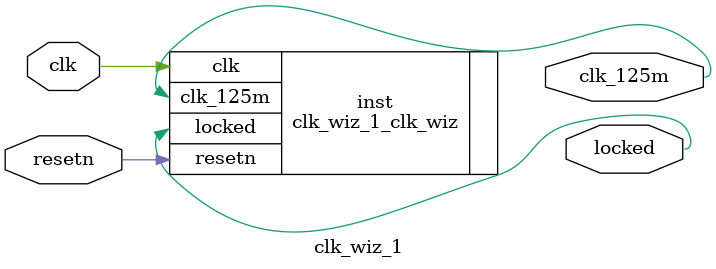
<source format=v>


`timescale 1ps/1ps

(* CORE_GENERATION_INFO = "clk_wiz_1,clk_wiz_v6_0_6_0_0,{component_name=clk_wiz_1,use_phase_alignment=true,use_min_o_jitter=false,use_max_i_jitter=false,use_dyn_phase_shift=false,use_inclk_switchover=false,use_dyn_reconfig=false,enable_axi=0,feedback_source=FDBK_AUTO,PRIMITIVE=PLL,num_out_clk=1,clkin1_period=20.000,clkin2_period=10.0,use_power_down=false,use_reset=true,use_locked=true,use_inclk_stopped=false,feedback_type=SINGLE,CLOCK_MGR_TYPE=NA,manual_override=false}" *)

module clk_wiz_1 
 (
  // Clock out ports
  output        clk_125m,
  // Status and control signals
  input         resetn,
  output        locked,
 // Clock in ports
  input         clk
 );

  clk_wiz_1_clk_wiz inst
  (
  // Clock out ports  
  .clk_125m(clk_125m),
  // Status and control signals               
  .resetn(resetn), 
  .locked(locked),
 // Clock in ports
  .clk(clk)
  );

endmodule

</source>
